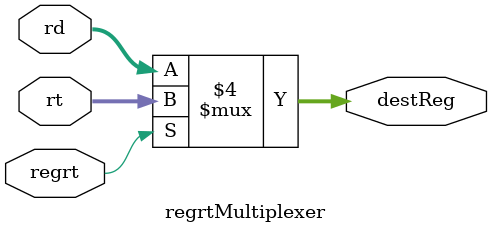
<source format=v>
`timescale 1ns / 1ps
module regrtMultiplexer(
 input [4:0] rt,
 input [4:0] rd,
 input regrt,
 output reg [4:0] destReg
 );
always @(*) begin
 if (regrt == 0) begin
 destReg = rd;
 end else begin
 destReg = rt;
 end
end
endmodule

</source>
